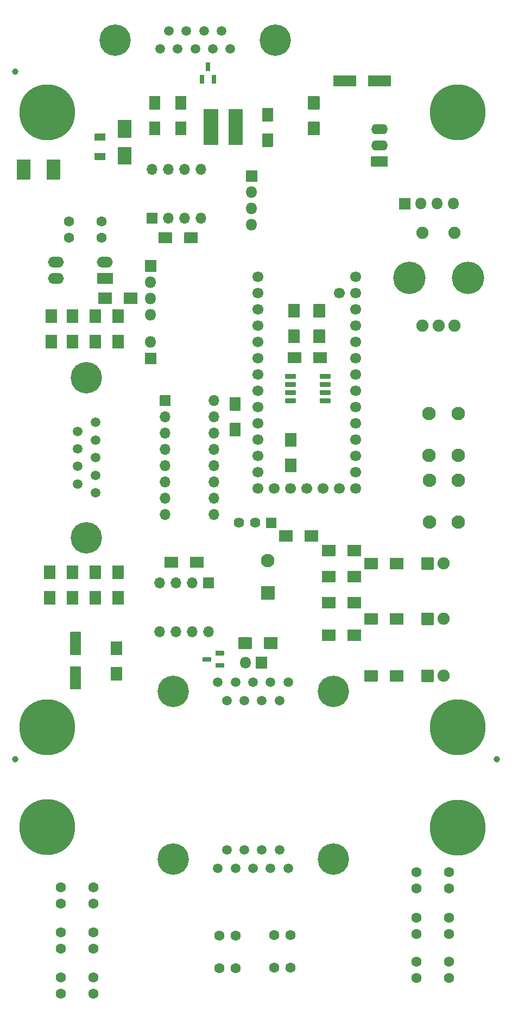
<source format=gbr>
G04 #@! TF.GenerationSoftware,KiCad,Pcbnew,(5.1.9)-1*
G04 #@! TF.CreationDate,2021-02-18T20:03:26+01:00*
G04 #@! TF.ProjectId,SNModule,534e4d6f-6475-46c6-952e-6b696361645f,rev?*
G04 #@! TF.SameCoordinates,Original*
G04 #@! TF.FileFunction,Soldermask,Top*
G04 #@! TF.FilePolarity,Negative*
%FSLAX46Y46*%
G04 Gerber Fmt 4.6, Leading zero omitted, Abs format (unit mm)*
G04 Created by KiCad (PCBNEW (5.1.9)-1) date 2021-02-18 20:03:26*
%MOMM*%
%LPD*%
G01*
G04 APERTURE LIST*
%ADD10C,8.700000*%
%ADD11C,1.000000*%
%ADD12C,4.900000*%
%ADD13C,1.500000*%
%ADD14C,1.600000*%
%ADD15C,2.100000*%
%ADD16O,2.500000X1.700000*%
%ADD17C,1.620000*%
%ADD18C,1.700000*%
%ADD19C,5.052000*%
%ADD20C,1.900000*%
%ADD21O,1.800000X1.800000*%
%ADD22O,1.700000X1.700000*%
%ADD23O,2.600000X1.600000*%
G04 APERTURE END LIST*
D10*
G04 #@! TO.C,H6*
X97800000Y-157700000D03*
D11*
X101025000Y-157700000D03*
X100080419Y-159980419D03*
X97800000Y-160925000D03*
X95519581Y-159980419D03*
X94575000Y-157700000D03*
X95519581Y-155419581D03*
X97800000Y-154475000D03*
X100080419Y-155419581D03*
G04 #@! TD*
D10*
G04 #@! TO.C,H5*
X33800000Y-157600000D03*
D11*
X37025000Y-157600000D03*
X36080419Y-159880419D03*
X33800000Y-160825000D03*
X31519581Y-159880419D03*
X30575000Y-157600000D03*
X31519581Y-155319581D03*
X33800000Y-154375000D03*
X36080419Y-155319581D03*
G04 #@! TD*
G04 #@! TO.C,D7*
G36*
G01*
X58075000Y-131050000D02*
X59325000Y-131050000D01*
G75*
G02*
X59375000Y-131100000I0J-50000D01*
G01*
X59375000Y-131700000D01*
G75*
G02*
X59325000Y-131750000I-50000J0D01*
G01*
X58075000Y-131750000D01*
G75*
G02*
X58025000Y-131700000I0J50000D01*
G01*
X58025000Y-131100000D01*
G75*
G02*
X58075000Y-131050000I50000J0D01*
G01*
G37*
G36*
G01*
X60075000Y-130100000D02*
X61325000Y-130100000D01*
G75*
G02*
X61375000Y-130150000I0J-50000D01*
G01*
X61375000Y-130750000D01*
G75*
G02*
X61325000Y-130800000I-50000J0D01*
G01*
X60075000Y-130800000D01*
G75*
G02*
X60025000Y-130750000I0J50000D01*
G01*
X60025000Y-130150000D01*
G75*
G02*
X60075000Y-130100000I50000J0D01*
G01*
G37*
G36*
G01*
X60075000Y-132000000D02*
X61325000Y-132000000D01*
G75*
G02*
X61375000Y-132050000I0J-50000D01*
G01*
X61375000Y-132650000D01*
G75*
G02*
X61325000Y-132700000I-50000J0D01*
G01*
X60075000Y-132700000D01*
G75*
G02*
X60025000Y-132650000I0J50000D01*
G01*
X60025000Y-132050000D01*
G75*
G02*
X60075000Y-132000000I50000J0D01*
G01*
G37*
G04 #@! TD*
G04 #@! TO.C,D6*
G36*
G01*
X59225500Y-38301500D02*
X59225500Y-39551500D01*
G75*
G02*
X59175500Y-39601500I-50000J0D01*
G01*
X58575500Y-39601500D01*
G75*
G02*
X58525500Y-39551500I0J50000D01*
G01*
X58525500Y-38301500D01*
G75*
G02*
X58575500Y-38251500I50000J0D01*
G01*
X59175500Y-38251500D01*
G75*
G02*
X59225500Y-38301500I0J-50000D01*
G01*
G37*
G36*
G01*
X60175500Y-40301500D02*
X60175500Y-41551500D01*
G75*
G02*
X60125500Y-41601500I-50000J0D01*
G01*
X59525500Y-41601500D01*
G75*
G02*
X59475500Y-41551500I0J50000D01*
G01*
X59475500Y-40301500D01*
G75*
G02*
X59525500Y-40251500I50000J0D01*
G01*
X60125500Y-40251500D01*
G75*
G02*
X60175500Y-40301500I0J-50000D01*
G01*
G37*
G36*
G01*
X58275500Y-40301500D02*
X58275500Y-41551500D01*
G75*
G02*
X58225500Y-41601500I-50000J0D01*
G01*
X57625500Y-41601500D01*
G75*
G02*
X57575500Y-41551500I0J50000D01*
G01*
X57575500Y-40301500D01*
G75*
G02*
X57625500Y-40251500I50000J0D01*
G01*
X58225500Y-40251500D01*
G75*
G02*
X58275500Y-40301500I0J-50000D01*
G01*
G37*
G04 #@! TD*
D12*
G04 #@! TO.C,J2*
X53405000Y-136420000D03*
X78395000Y-136420000D03*
D13*
X61790000Y-137840000D03*
X64530000Y-137840000D03*
X67270000Y-137840000D03*
X70010000Y-137840000D03*
X60420000Y-135000000D03*
X63160000Y-135000000D03*
X65900000Y-135000000D03*
X68640000Y-135000000D03*
X71380000Y-135000000D03*
G04 #@! TD*
D14*
G04 #@! TO.C,J6*
X40980000Y-183540000D03*
X35900000Y-183540000D03*
X40980000Y-181000000D03*
X35900000Y-181000000D03*
G04 #@! TD*
D12*
G04 #@! TO.C,J3*
X53405000Y-162580000D03*
X78395000Y-162580000D03*
D13*
X61790000Y-161160000D03*
X64530000Y-161160000D03*
X67270000Y-161160000D03*
X70010000Y-161160000D03*
X60420000Y-164000000D03*
X63160000Y-164000000D03*
X65900000Y-164000000D03*
X68640000Y-164000000D03*
X71380000Y-164000000D03*
G04 #@! TD*
D14*
G04 #@! TO.C,J17*
X91400000Y-171700000D03*
X96480000Y-171700000D03*
X91400000Y-174240000D03*
X96480000Y-174240000D03*
G04 #@! TD*
G04 #@! TO.C,J10*
X91400000Y-164600000D03*
X96480000Y-164600000D03*
X91400000Y-167140000D03*
X96480000Y-167140000D03*
G04 #@! TD*
G04 #@! TO.C,J9*
X91400000Y-178600000D03*
X96480000Y-178600000D03*
X91400000Y-181140000D03*
X96480000Y-181140000D03*
G04 #@! TD*
G04 #@! TO.C,J8*
X71700000Y-174400000D03*
X71700000Y-179480000D03*
X69160000Y-174400000D03*
X69160000Y-179480000D03*
G04 #@! TD*
G04 #@! TO.C,J7*
X63200000Y-174500000D03*
X63200000Y-179580000D03*
X60660000Y-174500000D03*
X60660000Y-179580000D03*
G04 #@! TD*
G04 #@! TO.C,J5*
X40980000Y-176540000D03*
X35900000Y-176540000D03*
X40980000Y-174000000D03*
X35900000Y-174000000D03*
G04 #@! TD*
G04 #@! TO.C,J4*
X40980000Y-169540000D03*
X35900000Y-169540000D03*
X40980000Y-167000000D03*
X35900000Y-167000000D03*
G04 #@! TD*
G04 #@! TO.C,BZ1*
G36*
G01*
X69210000Y-122082000D02*
X67210000Y-122082000D01*
G75*
G02*
X67160000Y-122032000I0J50000D01*
G01*
X67160000Y-120032000D01*
G75*
G02*
X67210000Y-119982000I50000J0D01*
G01*
X69210000Y-119982000D01*
G75*
G02*
X69260000Y-120032000I0J-50000D01*
G01*
X69260000Y-122032000D01*
G75*
G02*
X69210000Y-122082000I-50000J0D01*
G01*
G37*
D15*
X68200000Y-116032000D03*
G04 #@! TD*
D12*
G04 #@! TO.C,J15*
X39929500Y-87436000D03*
X39929500Y-112426000D03*
D13*
X38509500Y-95821000D03*
X38509500Y-98561000D03*
X38509500Y-101301000D03*
X38509500Y-104041000D03*
X41349500Y-94451000D03*
X41349500Y-97191000D03*
X41349500Y-99931000D03*
X41349500Y-102671000D03*
X41349500Y-105411000D03*
G04 #@! TD*
D15*
G04 #@! TO.C,SW3*
X93356000Y-93092000D03*
X97856000Y-93092000D03*
X93356000Y-99592000D03*
X97856000Y-99592000D03*
G04 #@! TD*
D14*
G04 #@! TO.C,J16*
X42302000Y-65660000D03*
X37222000Y-65660000D03*
X42302000Y-63120000D03*
X37222000Y-63120000D03*
G04 #@! TD*
G04 #@! TO.C,U8*
G36*
G01*
X44060000Y-71210000D02*
X44060000Y-72810000D01*
G75*
G02*
X44010000Y-72860000I-50000J0D01*
G01*
X41610000Y-72860000D01*
G75*
G02*
X41560000Y-72810000I0J50000D01*
G01*
X41560000Y-71210000D01*
G75*
G02*
X41610000Y-71160000I50000J0D01*
G01*
X44010000Y-71160000D01*
G75*
G02*
X44060000Y-71210000I0J-50000D01*
G01*
G37*
D16*
X35190000Y-69470000D03*
X42810000Y-69470000D03*
X35190000Y-72010000D03*
G04 #@! TD*
G04 #@! TO.C,R23*
G36*
G01*
X41760000Y-75908000D02*
X41760000Y-74208000D01*
G75*
G02*
X41810000Y-74158000I50000J0D01*
G01*
X43810000Y-74158000D01*
G75*
G02*
X43860000Y-74208000I0J-50000D01*
G01*
X43860000Y-75908000D01*
G75*
G02*
X43810000Y-75958000I-50000J0D01*
G01*
X41810000Y-75958000D01*
G75*
G02*
X41760000Y-75908000I0J50000D01*
G01*
G37*
G36*
G01*
X45760000Y-75908000D02*
X45760000Y-74208000D01*
G75*
G02*
X45810000Y-74158000I50000J0D01*
G01*
X47810000Y-74158000D01*
G75*
G02*
X47860000Y-74208000I0J-50000D01*
G01*
X47860000Y-75908000D01*
G75*
G02*
X47810000Y-75958000I-50000J0D01*
G01*
X45810000Y-75958000D01*
G75*
G02*
X45760000Y-75908000I0J50000D01*
G01*
G37*
G04 #@! TD*
G04 #@! TO.C,R18*
G36*
G01*
X76622000Y-128486000D02*
X76622000Y-126786000D01*
G75*
G02*
X76672000Y-126736000I50000J0D01*
G01*
X78672000Y-126736000D01*
G75*
G02*
X78722000Y-126786000I0J-50000D01*
G01*
X78722000Y-128486000D01*
G75*
G02*
X78672000Y-128536000I-50000J0D01*
G01*
X76672000Y-128536000D01*
G75*
G02*
X76622000Y-128486000I0J50000D01*
G01*
G37*
G36*
G01*
X80622000Y-128486000D02*
X80622000Y-126786000D01*
G75*
G02*
X80672000Y-126736000I50000J0D01*
G01*
X82672000Y-126736000D01*
G75*
G02*
X82722000Y-126786000I0J-50000D01*
G01*
X82722000Y-128486000D01*
G75*
G02*
X82672000Y-128536000I-50000J0D01*
G01*
X80672000Y-128536000D01*
G75*
G02*
X80622000Y-128486000I0J50000D01*
G01*
G37*
G04 #@! TD*
G04 #@! TO.C,R9*
G36*
G01*
X42136000Y-122844000D02*
X40436000Y-122844000D01*
G75*
G02*
X40386000Y-122794000I0J50000D01*
G01*
X40386000Y-120794000D01*
G75*
G02*
X40436000Y-120744000I50000J0D01*
G01*
X42136000Y-120744000D01*
G75*
G02*
X42186000Y-120794000I0J-50000D01*
G01*
X42186000Y-122794000D01*
G75*
G02*
X42136000Y-122844000I-50000J0D01*
G01*
G37*
G36*
G01*
X42136000Y-118844000D02*
X40436000Y-118844000D01*
G75*
G02*
X40386000Y-118794000I0J50000D01*
G01*
X40386000Y-116794000D01*
G75*
G02*
X40436000Y-116744000I50000J0D01*
G01*
X42136000Y-116744000D01*
G75*
G02*
X42186000Y-116794000I0J-50000D01*
G01*
X42186000Y-118794000D01*
G75*
G02*
X42136000Y-118844000I-50000J0D01*
G01*
G37*
G04 #@! TD*
D17*
G04 #@! TO.C,Q1*
X66203400Y-110110000D03*
X63663400Y-110110000D03*
G36*
G01*
X67983400Y-109300000D02*
X69503400Y-109300000D01*
G75*
G02*
X69553400Y-109350000I0J-50000D01*
G01*
X69553400Y-110870000D01*
G75*
G02*
X69503400Y-110920000I-50000J0D01*
G01*
X67983400Y-110920000D01*
G75*
G02*
X67933400Y-110870000I0J50000D01*
G01*
X67933400Y-109350000D01*
G75*
G02*
X67983400Y-109300000I50000J0D01*
G01*
G37*
G04 #@! TD*
G04 #@! TO.C,C5*
G36*
G01*
X37438000Y-132506000D02*
X39038000Y-132506000D01*
G75*
G02*
X39088000Y-132556000I0J-50000D01*
G01*
X39088000Y-136056000D01*
G75*
G02*
X39038000Y-136106000I-50000J0D01*
G01*
X37438000Y-136106000D01*
G75*
G02*
X37388000Y-136056000I0J50000D01*
G01*
X37388000Y-132556000D01*
G75*
G02*
X37438000Y-132506000I50000J0D01*
G01*
G37*
G36*
G01*
X37438000Y-127106000D02*
X39038000Y-127106000D01*
G75*
G02*
X39088000Y-127156000I0J-50000D01*
G01*
X39088000Y-130656000D01*
G75*
G02*
X39038000Y-130706000I-50000J0D01*
G01*
X37438000Y-130706000D01*
G75*
G02*
X37388000Y-130656000I0J50000D01*
G01*
X37388000Y-127156000D01*
G75*
G02*
X37438000Y-127106000I50000J0D01*
G01*
G37*
G04 #@! TD*
D18*
G04 #@! TO.C,U1*
X66686000Y-71756000D03*
X66686000Y-74296000D03*
X66686000Y-76836000D03*
X66686000Y-79376000D03*
X66686000Y-81916000D03*
X66686000Y-84456000D03*
X66686000Y-86996000D03*
X66686000Y-89536000D03*
X66686000Y-92076000D03*
X66686000Y-94616000D03*
X66686000Y-97156000D03*
X66686000Y-99696000D03*
X66686000Y-102236000D03*
X79386000Y-74296000D03*
X81926000Y-71756000D03*
X81926000Y-74296000D03*
X81926000Y-76836000D03*
X81926000Y-79376000D03*
X81926000Y-81916000D03*
X81926000Y-84456000D03*
X81926000Y-86996000D03*
X81926000Y-89536000D03*
X81926000Y-92076000D03*
X81926000Y-94616000D03*
X81926000Y-97156000D03*
X81926000Y-99696000D03*
X81926000Y-102236000D03*
X66686000Y-104776000D03*
X69226000Y-104776000D03*
X71766000Y-104776000D03*
X81926000Y-104776000D03*
X79386000Y-104776000D03*
X76846000Y-104776000D03*
X74306000Y-104776000D03*
G04 #@! TD*
G04 #@! TO.C,R20*
G36*
G01*
X72616000Y-102206000D02*
X70916000Y-102206000D01*
G75*
G02*
X70866000Y-102156000I0J50000D01*
G01*
X70866000Y-100156000D01*
G75*
G02*
X70916000Y-100106000I50000J0D01*
G01*
X72616000Y-100106000D01*
G75*
G02*
X72666000Y-100156000I0J-50000D01*
G01*
X72666000Y-102156000D01*
G75*
G02*
X72616000Y-102206000I-50000J0D01*
G01*
G37*
G36*
G01*
X72616000Y-98206000D02*
X70916000Y-98206000D01*
G75*
G02*
X70866000Y-98156000I0J50000D01*
G01*
X70866000Y-96156000D01*
G75*
G02*
X70916000Y-96106000I50000J0D01*
G01*
X72616000Y-96106000D01*
G75*
G02*
X72666000Y-96156000I0J-50000D01*
G01*
X72666000Y-98156000D01*
G75*
G02*
X72616000Y-98206000I-50000J0D01*
G01*
G37*
G04 #@! TD*
D11*
G04 #@! TO.C,FID3*
X103900000Y-147000000D03*
G04 #@! TD*
G04 #@! TO.C,FID2*
X28840000Y-147000000D03*
G04 #@! TD*
G04 #@! TO.C,FID1*
X28840000Y-39752000D03*
G04 #@! TD*
D19*
G04 #@! TO.C,U7*
X99440000Y-71876000D03*
X90240000Y-71876000D03*
D20*
X97340000Y-64876000D03*
X92340000Y-64876000D03*
X94840000Y-79376000D03*
X97340000Y-79376000D03*
X92340000Y-79376000D03*
G04 #@! TD*
G04 #@! TO.C,J11*
G36*
G01*
X90396000Y-61226000D02*
X88696000Y-61226000D01*
G75*
G02*
X88646000Y-61176000I0J50000D01*
G01*
X88646000Y-59476000D01*
G75*
G02*
X88696000Y-59426000I50000J0D01*
G01*
X90396000Y-59426000D01*
G75*
G02*
X90446000Y-59476000I0J-50000D01*
G01*
X90446000Y-61176000D01*
G75*
G02*
X90396000Y-61226000I-50000J0D01*
G01*
G37*
D21*
X92086000Y-60326000D03*
X94626000Y-60326000D03*
X97166000Y-60326000D03*
G04 #@! TD*
D12*
G04 #@! TO.C,J1*
X44393000Y-34776000D03*
X69383000Y-34776000D03*
D13*
X52778000Y-33356000D03*
X55518000Y-33356000D03*
X58258000Y-33356000D03*
X60998000Y-33356000D03*
X51408000Y-36196000D03*
X54148000Y-36196000D03*
X56888000Y-36196000D03*
X59628000Y-36196000D03*
X62368000Y-36196000D03*
G04 #@! TD*
G04 #@! TO.C,L1*
G36*
G01*
X64245000Y-51188000D02*
X62095000Y-51188000D01*
G75*
G02*
X62045000Y-51138000I0J50000D01*
G01*
X62045000Y-45638000D01*
G75*
G02*
X62095000Y-45588000I50000J0D01*
G01*
X64245000Y-45588000D01*
G75*
G02*
X64295000Y-45638000I0J-50000D01*
G01*
X64295000Y-51138000D01*
G75*
G02*
X64245000Y-51188000I-50000J0D01*
G01*
G37*
G36*
G01*
X60395000Y-51188000D02*
X58245000Y-51188000D01*
G75*
G02*
X58195000Y-51138000I0J50000D01*
G01*
X58195000Y-45638000D01*
G75*
G02*
X58245000Y-45588000I50000J0D01*
G01*
X60395000Y-45588000D01*
G75*
G02*
X60445000Y-45638000I0J-50000D01*
G01*
X60445000Y-51138000D01*
G75*
G02*
X60395000Y-51188000I-50000J0D01*
G01*
G37*
G04 #@! TD*
G04 #@! TO.C,R13*
G36*
G01*
X89326000Y-133136000D02*
X89326000Y-134836000D01*
G75*
G02*
X89276000Y-134886000I-50000J0D01*
G01*
X87276000Y-134886000D01*
G75*
G02*
X87226000Y-134836000I0J50000D01*
G01*
X87226000Y-133136000D01*
G75*
G02*
X87276000Y-133086000I50000J0D01*
G01*
X89276000Y-133086000D01*
G75*
G02*
X89326000Y-133136000I0J-50000D01*
G01*
G37*
G36*
G01*
X85326000Y-133136000D02*
X85326000Y-134836000D01*
G75*
G02*
X85276000Y-134886000I-50000J0D01*
G01*
X83276000Y-134886000D01*
G75*
G02*
X83226000Y-134836000I0J50000D01*
G01*
X83226000Y-133136000D01*
G75*
G02*
X83276000Y-133086000I50000J0D01*
G01*
X85276000Y-133086000D01*
G75*
G02*
X85326000Y-133136000I0J-50000D01*
G01*
G37*
G04 #@! TD*
G04 #@! TO.C,R12*
G36*
G01*
X89326000Y-124246000D02*
X89326000Y-125946000D01*
G75*
G02*
X89276000Y-125996000I-50000J0D01*
G01*
X87276000Y-125996000D01*
G75*
G02*
X87226000Y-125946000I0J50000D01*
G01*
X87226000Y-124246000D01*
G75*
G02*
X87276000Y-124196000I50000J0D01*
G01*
X89276000Y-124196000D01*
G75*
G02*
X89326000Y-124246000I0J-50000D01*
G01*
G37*
G36*
G01*
X85326000Y-124246000D02*
X85326000Y-125946000D01*
G75*
G02*
X85276000Y-125996000I-50000J0D01*
G01*
X83276000Y-125996000D01*
G75*
G02*
X83226000Y-125946000I0J50000D01*
G01*
X83226000Y-124246000D01*
G75*
G02*
X83276000Y-124196000I50000J0D01*
G01*
X85276000Y-124196000D01*
G75*
G02*
X85326000Y-124246000I0J-50000D01*
G01*
G37*
G04 #@! TD*
G04 #@! TO.C,R11*
G36*
G01*
X89326000Y-115610000D02*
X89326000Y-117310000D01*
G75*
G02*
X89276000Y-117360000I-50000J0D01*
G01*
X87276000Y-117360000D01*
G75*
G02*
X87226000Y-117310000I0J50000D01*
G01*
X87226000Y-115610000D01*
G75*
G02*
X87276000Y-115560000I50000J0D01*
G01*
X89276000Y-115560000D01*
G75*
G02*
X89326000Y-115610000I0J-50000D01*
G01*
G37*
G36*
G01*
X85326000Y-115610000D02*
X85326000Y-117310000D01*
G75*
G02*
X85276000Y-117360000I-50000J0D01*
G01*
X83276000Y-117360000D01*
G75*
G02*
X83226000Y-117310000I0J50000D01*
G01*
X83226000Y-115610000D01*
G75*
G02*
X83276000Y-115560000I50000J0D01*
G01*
X85276000Y-115560000D01*
G75*
G02*
X85326000Y-115610000I0J-50000D01*
G01*
G37*
G04 #@! TD*
G04 #@! TO.C,R10*
G36*
G01*
X45692000Y-122844000D02*
X43992000Y-122844000D01*
G75*
G02*
X43942000Y-122794000I0J50000D01*
G01*
X43942000Y-120794000D01*
G75*
G02*
X43992000Y-120744000I50000J0D01*
G01*
X45692000Y-120744000D01*
G75*
G02*
X45742000Y-120794000I0J-50000D01*
G01*
X45742000Y-122794000D01*
G75*
G02*
X45692000Y-122844000I-50000J0D01*
G01*
G37*
G36*
G01*
X45692000Y-118844000D02*
X43992000Y-118844000D01*
G75*
G02*
X43942000Y-118794000I0J50000D01*
G01*
X43942000Y-116794000D01*
G75*
G02*
X43992000Y-116744000I50000J0D01*
G01*
X45692000Y-116744000D01*
G75*
G02*
X45742000Y-116794000I0J-50000D01*
G01*
X45742000Y-118794000D01*
G75*
G02*
X45692000Y-118844000I-50000J0D01*
G01*
G37*
G04 #@! TD*
G04 #@! TO.C,R8*
G36*
G01*
X38580000Y-122844000D02*
X36880000Y-122844000D01*
G75*
G02*
X36830000Y-122794000I0J50000D01*
G01*
X36830000Y-120794000D01*
G75*
G02*
X36880000Y-120744000I50000J0D01*
G01*
X38580000Y-120744000D01*
G75*
G02*
X38630000Y-120794000I0J-50000D01*
G01*
X38630000Y-122794000D01*
G75*
G02*
X38580000Y-122844000I-50000J0D01*
G01*
G37*
G36*
G01*
X38580000Y-118844000D02*
X36880000Y-118844000D01*
G75*
G02*
X36830000Y-118794000I0J50000D01*
G01*
X36830000Y-116794000D01*
G75*
G02*
X36880000Y-116744000I50000J0D01*
G01*
X38580000Y-116744000D01*
G75*
G02*
X38630000Y-116794000I0J-50000D01*
G01*
X38630000Y-118794000D01*
G75*
G02*
X38580000Y-118844000I-50000J0D01*
G01*
G37*
G04 #@! TD*
G04 #@! TO.C,R7*
G36*
G01*
X35024000Y-122844000D02*
X33324000Y-122844000D01*
G75*
G02*
X33274000Y-122794000I0J50000D01*
G01*
X33274000Y-120794000D01*
G75*
G02*
X33324000Y-120744000I50000J0D01*
G01*
X35024000Y-120744000D01*
G75*
G02*
X35074000Y-120794000I0J-50000D01*
G01*
X35074000Y-122794000D01*
G75*
G02*
X35024000Y-122844000I-50000J0D01*
G01*
G37*
G36*
G01*
X35024000Y-118844000D02*
X33324000Y-118844000D01*
G75*
G02*
X33274000Y-118794000I0J50000D01*
G01*
X33274000Y-116794000D01*
G75*
G02*
X33324000Y-116744000I50000J0D01*
G01*
X35024000Y-116744000D01*
G75*
G02*
X35074000Y-116794000I0J-50000D01*
G01*
X35074000Y-118794000D01*
G75*
G02*
X35024000Y-118844000I-50000J0D01*
G01*
G37*
G04 #@! TD*
G04 #@! TO.C,R6*
G36*
G01*
X33578000Y-76802000D02*
X35278000Y-76802000D01*
G75*
G02*
X35328000Y-76852000I0J-50000D01*
G01*
X35328000Y-78852000D01*
G75*
G02*
X35278000Y-78902000I-50000J0D01*
G01*
X33578000Y-78902000D01*
G75*
G02*
X33528000Y-78852000I0J50000D01*
G01*
X33528000Y-76852000D01*
G75*
G02*
X33578000Y-76802000I50000J0D01*
G01*
G37*
G36*
G01*
X33578000Y-80802000D02*
X35278000Y-80802000D01*
G75*
G02*
X35328000Y-80852000I0J-50000D01*
G01*
X35328000Y-82852000D01*
G75*
G02*
X35278000Y-82902000I-50000J0D01*
G01*
X33578000Y-82902000D01*
G75*
G02*
X33528000Y-82852000I0J50000D01*
G01*
X33528000Y-80852000D01*
G75*
G02*
X33578000Y-80802000I50000J0D01*
G01*
G37*
G04 #@! TD*
G04 #@! TO.C,R5*
G36*
G01*
X36880000Y-76802000D02*
X38580000Y-76802000D01*
G75*
G02*
X38630000Y-76852000I0J-50000D01*
G01*
X38630000Y-78852000D01*
G75*
G02*
X38580000Y-78902000I-50000J0D01*
G01*
X36880000Y-78902000D01*
G75*
G02*
X36830000Y-78852000I0J50000D01*
G01*
X36830000Y-76852000D01*
G75*
G02*
X36880000Y-76802000I50000J0D01*
G01*
G37*
G36*
G01*
X36880000Y-80802000D02*
X38580000Y-80802000D01*
G75*
G02*
X38630000Y-80852000I0J-50000D01*
G01*
X38630000Y-82852000D01*
G75*
G02*
X38580000Y-82902000I-50000J0D01*
G01*
X36880000Y-82902000D01*
G75*
G02*
X36830000Y-82852000I0J50000D01*
G01*
X36830000Y-80852000D01*
G75*
G02*
X36880000Y-80802000I50000J0D01*
G01*
G37*
G04 #@! TD*
G04 #@! TO.C,R4*
G36*
G01*
X40436000Y-76802000D02*
X42136000Y-76802000D01*
G75*
G02*
X42186000Y-76852000I0J-50000D01*
G01*
X42186000Y-78852000D01*
G75*
G02*
X42136000Y-78902000I-50000J0D01*
G01*
X40436000Y-78902000D01*
G75*
G02*
X40386000Y-78852000I0J50000D01*
G01*
X40386000Y-76852000D01*
G75*
G02*
X40436000Y-76802000I50000J0D01*
G01*
G37*
G36*
G01*
X40436000Y-80802000D02*
X42136000Y-80802000D01*
G75*
G02*
X42186000Y-80852000I0J-50000D01*
G01*
X42186000Y-82852000D01*
G75*
G02*
X42136000Y-82902000I-50000J0D01*
G01*
X40436000Y-82902000D01*
G75*
G02*
X40386000Y-82852000I0J50000D01*
G01*
X40386000Y-80852000D01*
G75*
G02*
X40436000Y-80802000I50000J0D01*
G01*
G37*
G04 #@! TD*
G04 #@! TO.C,R3*
G36*
G01*
X43992000Y-76802000D02*
X45692000Y-76802000D01*
G75*
G02*
X45742000Y-76852000I0J-50000D01*
G01*
X45742000Y-78852000D01*
G75*
G02*
X45692000Y-78902000I-50000J0D01*
G01*
X43992000Y-78902000D01*
G75*
G02*
X43942000Y-78852000I0J50000D01*
G01*
X43942000Y-76852000D01*
G75*
G02*
X43992000Y-76802000I50000J0D01*
G01*
G37*
G36*
G01*
X43992000Y-80802000D02*
X45692000Y-80802000D01*
G75*
G02*
X45742000Y-80852000I0J-50000D01*
G01*
X45742000Y-82852000D01*
G75*
G02*
X45692000Y-82902000I-50000J0D01*
G01*
X43992000Y-82902000D01*
G75*
G02*
X43942000Y-82852000I0J50000D01*
G01*
X43942000Y-80852000D01*
G75*
G02*
X43992000Y-80802000I50000J0D01*
G01*
G37*
G04 #@! TD*
G04 #@! TO.C,R2*
G36*
G01*
X75361000Y-75977000D02*
X77061000Y-75977000D01*
G75*
G02*
X77111000Y-76027000I0J-50000D01*
G01*
X77111000Y-78027000D01*
G75*
G02*
X77061000Y-78077000I-50000J0D01*
G01*
X75361000Y-78077000D01*
G75*
G02*
X75311000Y-78027000I0J50000D01*
G01*
X75311000Y-76027000D01*
G75*
G02*
X75361000Y-75977000I50000J0D01*
G01*
G37*
G36*
G01*
X75361000Y-79977000D02*
X77061000Y-79977000D01*
G75*
G02*
X77111000Y-80027000I0J-50000D01*
G01*
X77111000Y-82027000D01*
G75*
G02*
X77061000Y-82077000I-50000J0D01*
G01*
X75361000Y-82077000D01*
G75*
G02*
X75311000Y-82027000I0J50000D01*
G01*
X75311000Y-80027000D01*
G75*
G02*
X75361000Y-79977000I50000J0D01*
G01*
G37*
G04 #@! TD*
G04 #@! TO.C,R1*
G36*
G01*
X71424000Y-75977000D02*
X73124000Y-75977000D01*
G75*
G02*
X73174000Y-76027000I0J-50000D01*
G01*
X73174000Y-78027000D01*
G75*
G02*
X73124000Y-78077000I-50000J0D01*
G01*
X71424000Y-78077000D01*
G75*
G02*
X71374000Y-78027000I0J50000D01*
G01*
X71374000Y-76027000D01*
G75*
G02*
X71424000Y-75977000I50000J0D01*
G01*
G37*
G36*
G01*
X71424000Y-79977000D02*
X73124000Y-79977000D01*
G75*
G02*
X73174000Y-80027000I0J-50000D01*
G01*
X73174000Y-82027000D01*
G75*
G02*
X73124000Y-82077000I-50000J0D01*
G01*
X71424000Y-82077000D01*
G75*
G02*
X71374000Y-82027000I0J50000D01*
G01*
X71374000Y-80027000D01*
G75*
G02*
X71424000Y-79977000I50000J0D01*
G01*
G37*
G04 #@! TD*
G04 #@! TO.C,R14*
G36*
G01*
X63616000Y-129726000D02*
X63616000Y-128026000D01*
G75*
G02*
X63666000Y-127976000I50000J0D01*
G01*
X65666000Y-127976000D01*
G75*
G02*
X65716000Y-128026000I0J-50000D01*
G01*
X65716000Y-129726000D01*
G75*
G02*
X65666000Y-129776000I-50000J0D01*
G01*
X63666000Y-129776000D01*
G75*
G02*
X63616000Y-129726000I0J50000D01*
G01*
G37*
G36*
G01*
X67616000Y-129726000D02*
X67616000Y-128026000D01*
G75*
G02*
X67666000Y-127976000I50000J0D01*
G01*
X69666000Y-127976000D01*
G75*
G02*
X69716000Y-128026000I0J-50000D01*
G01*
X69716000Y-129726000D01*
G75*
G02*
X69666000Y-129776000I-50000J0D01*
G01*
X67666000Y-129776000D01*
G75*
G02*
X67616000Y-129726000I0J50000D01*
G01*
G37*
G04 #@! TD*
G04 #@! TO.C,JP1*
G36*
G01*
X66356000Y-131024000D02*
X68056000Y-131024000D01*
G75*
G02*
X68106000Y-131074000I0J-50000D01*
G01*
X68106000Y-132774000D01*
G75*
G02*
X68056000Y-132824000I-50000J0D01*
G01*
X66356000Y-132824000D01*
G75*
G02*
X66306000Y-132774000I0J50000D01*
G01*
X66306000Y-131074000D01*
G75*
G02*
X66356000Y-131024000I50000J0D01*
G01*
G37*
D21*
X64666000Y-131924000D03*
G04 #@! TD*
G04 #@! TO.C,U4*
G36*
G01*
X70908000Y-87550000D02*
X70908000Y-86950000D01*
G75*
G02*
X70958000Y-86900000I50000J0D01*
G01*
X72508000Y-86900000D01*
G75*
G02*
X72558000Y-86950000I0J-50000D01*
G01*
X72558000Y-87550000D01*
G75*
G02*
X72508000Y-87600000I-50000J0D01*
G01*
X70958000Y-87600000D01*
G75*
G02*
X70908000Y-87550000I0J50000D01*
G01*
G37*
G36*
G01*
X70908000Y-88820000D02*
X70908000Y-88220000D01*
G75*
G02*
X70958000Y-88170000I50000J0D01*
G01*
X72508000Y-88170000D01*
G75*
G02*
X72558000Y-88220000I0J-50000D01*
G01*
X72558000Y-88820000D01*
G75*
G02*
X72508000Y-88870000I-50000J0D01*
G01*
X70958000Y-88870000D01*
G75*
G02*
X70908000Y-88820000I0J50000D01*
G01*
G37*
G36*
G01*
X70908000Y-90090000D02*
X70908000Y-89490000D01*
G75*
G02*
X70958000Y-89440000I50000J0D01*
G01*
X72508000Y-89440000D01*
G75*
G02*
X72558000Y-89490000I0J-50000D01*
G01*
X72558000Y-90090000D01*
G75*
G02*
X72508000Y-90140000I-50000J0D01*
G01*
X70958000Y-90140000D01*
G75*
G02*
X70908000Y-90090000I0J50000D01*
G01*
G37*
G36*
G01*
X70908000Y-91360000D02*
X70908000Y-90760000D01*
G75*
G02*
X70958000Y-90710000I50000J0D01*
G01*
X72508000Y-90710000D01*
G75*
G02*
X72558000Y-90760000I0J-50000D01*
G01*
X72558000Y-91360000D01*
G75*
G02*
X72508000Y-91410000I-50000J0D01*
G01*
X70958000Y-91410000D01*
G75*
G02*
X70908000Y-91360000I0J50000D01*
G01*
G37*
G36*
G01*
X76308000Y-91360000D02*
X76308000Y-90760000D01*
G75*
G02*
X76358000Y-90710000I50000J0D01*
G01*
X77908000Y-90710000D01*
G75*
G02*
X77958000Y-90760000I0J-50000D01*
G01*
X77958000Y-91360000D01*
G75*
G02*
X77908000Y-91410000I-50000J0D01*
G01*
X76358000Y-91410000D01*
G75*
G02*
X76308000Y-91360000I0J50000D01*
G01*
G37*
G36*
G01*
X76308000Y-90090000D02*
X76308000Y-89490000D01*
G75*
G02*
X76358000Y-89440000I50000J0D01*
G01*
X77908000Y-89440000D01*
G75*
G02*
X77958000Y-89490000I0J-50000D01*
G01*
X77958000Y-90090000D01*
G75*
G02*
X77908000Y-90140000I-50000J0D01*
G01*
X76358000Y-90140000D01*
G75*
G02*
X76308000Y-90090000I0J50000D01*
G01*
G37*
G36*
G01*
X76308000Y-88820000D02*
X76308000Y-88220000D01*
G75*
G02*
X76358000Y-88170000I50000J0D01*
G01*
X77908000Y-88170000D01*
G75*
G02*
X77958000Y-88220000I0J-50000D01*
G01*
X77958000Y-88820000D01*
G75*
G02*
X77908000Y-88870000I-50000J0D01*
G01*
X76358000Y-88870000D01*
G75*
G02*
X76308000Y-88820000I0J50000D01*
G01*
G37*
G36*
G01*
X76308000Y-87550000D02*
X76308000Y-86950000D01*
G75*
G02*
X76358000Y-86900000I50000J0D01*
G01*
X77908000Y-86900000D01*
G75*
G02*
X77958000Y-86950000I0J-50000D01*
G01*
X77958000Y-87550000D01*
G75*
G02*
X77908000Y-87600000I-50000J0D01*
G01*
X76358000Y-87600000D01*
G75*
G02*
X76308000Y-87550000I0J50000D01*
G01*
G37*
G04 #@! TD*
G04 #@! TO.C,U3*
G36*
G01*
X58140000Y-118650000D02*
X59740000Y-118650000D01*
G75*
G02*
X59790000Y-118700000I0J-50000D01*
G01*
X59790000Y-120300000D01*
G75*
G02*
X59740000Y-120350000I-50000J0D01*
G01*
X58140000Y-120350000D01*
G75*
G02*
X58090000Y-120300000I0J50000D01*
G01*
X58090000Y-118700000D01*
G75*
G02*
X58140000Y-118650000I50000J0D01*
G01*
G37*
D22*
X51320000Y-127120000D03*
X56400000Y-119500000D03*
X53860000Y-127120000D03*
X53860000Y-119500000D03*
X56400000Y-127120000D03*
X51320000Y-119500000D03*
X58940000Y-127120000D03*
G04 #@! TD*
G04 #@! TO.C,U2*
G36*
G01*
X50976000Y-63462000D02*
X49376000Y-63462000D01*
G75*
G02*
X49326000Y-63412000I0J50000D01*
G01*
X49326000Y-61812000D01*
G75*
G02*
X49376000Y-61762000I50000J0D01*
G01*
X50976000Y-61762000D01*
G75*
G02*
X51026000Y-61812000I0J-50000D01*
G01*
X51026000Y-63412000D01*
G75*
G02*
X50976000Y-63462000I-50000J0D01*
G01*
G37*
X57796000Y-54992000D03*
X52716000Y-62612000D03*
X55256000Y-54992000D03*
X55256000Y-62612000D03*
X52716000Y-54992000D03*
X57796000Y-62612000D03*
X50176000Y-54992000D03*
G04 #@! TD*
G04 #@! TO.C,U6*
G36*
G01*
X86853920Y-54534700D02*
X84353920Y-54534700D01*
G75*
G02*
X84303920Y-54484700I0J50000D01*
G01*
X84303920Y-52984700D01*
G75*
G02*
X84353920Y-52934700I50000J0D01*
G01*
X86853920Y-52934700D01*
G75*
G02*
X86903920Y-52984700I0J-50000D01*
G01*
X86903920Y-54484700D01*
G75*
G02*
X86853920Y-54534700I-50000J0D01*
G01*
G37*
D23*
X85603920Y-51194700D03*
X85603920Y-48654700D03*
G04 #@! TD*
G04 #@! TO.C,U5*
G36*
G01*
X51358000Y-91860000D02*
X51358000Y-90260000D01*
G75*
G02*
X51408000Y-90210000I50000J0D01*
G01*
X53008000Y-90210000D01*
G75*
G02*
X53058000Y-90260000I0J-50000D01*
G01*
X53058000Y-91860000D01*
G75*
G02*
X53008000Y-91910000I-50000J0D01*
G01*
X51408000Y-91910000D01*
G75*
G02*
X51358000Y-91860000I0J50000D01*
G01*
G37*
D22*
X59828000Y-108840000D03*
X52208000Y-93600000D03*
X59828000Y-106300000D03*
X52208000Y-96140000D03*
X59828000Y-103760000D03*
X52208000Y-98680000D03*
X59828000Y-101220000D03*
X52208000Y-101220000D03*
X59828000Y-98680000D03*
X52208000Y-103760000D03*
X59828000Y-96140000D03*
X52208000Y-106300000D03*
X59828000Y-93600000D03*
X52208000Y-108840000D03*
X59828000Y-91060000D03*
G04 #@! TD*
D15*
G04 #@! TO.C,SW2*
X93428000Y-103506000D03*
X97928000Y-103506000D03*
X93428000Y-110006000D03*
X97928000Y-110006000D03*
G04 #@! TD*
G04 #@! TO.C,J14*
G36*
G01*
X50822000Y-83606000D02*
X50822000Y-85306000D01*
G75*
G02*
X50772000Y-85356000I-50000J0D01*
G01*
X49072000Y-85356000D01*
G75*
G02*
X49022000Y-85306000I0J50000D01*
G01*
X49022000Y-83606000D01*
G75*
G02*
X49072000Y-83556000I50000J0D01*
G01*
X50772000Y-83556000D01*
G75*
G02*
X50822000Y-83606000I0J-50000D01*
G01*
G37*
D21*
X49922000Y-81916000D03*
G04 #@! TD*
G04 #@! TO.C,J13*
G36*
G01*
X64775080Y-56868160D02*
X64775080Y-55168160D01*
G75*
G02*
X64825080Y-55118160I50000J0D01*
G01*
X66525080Y-55118160D01*
G75*
G02*
X66575080Y-55168160I0J-50000D01*
G01*
X66575080Y-56868160D01*
G75*
G02*
X66525080Y-56918160I-50000J0D01*
G01*
X64825080Y-56918160D01*
G75*
G02*
X64775080Y-56868160I0J50000D01*
G01*
G37*
X65675080Y-58558160D03*
X65675080Y-61098160D03*
X65675080Y-63638160D03*
G04 #@! TD*
G04 #@! TO.C,J12*
G36*
G01*
X49022000Y-70878800D02*
X49022000Y-69178800D01*
G75*
G02*
X49072000Y-69128800I50000J0D01*
G01*
X50772000Y-69128800D01*
G75*
G02*
X50822000Y-69178800I0J-50000D01*
G01*
X50822000Y-70878800D01*
G75*
G02*
X50772000Y-70928800I-50000J0D01*
G01*
X49072000Y-70928800D01*
G75*
G02*
X49022000Y-70878800I0J50000D01*
G01*
G37*
X49922000Y-72568800D03*
X49922000Y-75108800D03*
X49922000Y-77648800D03*
G04 #@! TD*
G04 #@! TO.C,F1*
G36*
G01*
X44793000Y-49967000D02*
X44793000Y-47317000D01*
G75*
G02*
X44843000Y-47267000I50000J0D01*
G01*
X46873000Y-47267000D01*
G75*
G02*
X46923000Y-47317000I0J-50000D01*
G01*
X46923000Y-49967000D01*
G75*
G02*
X46873000Y-50017000I-50000J0D01*
G01*
X44843000Y-50017000D01*
G75*
G02*
X44793000Y-49967000I0J50000D01*
G01*
G37*
G36*
G01*
X44793000Y-54147000D02*
X44793000Y-51497000D01*
G75*
G02*
X44843000Y-51447000I50000J0D01*
G01*
X46873000Y-51447000D01*
G75*
G02*
X46923000Y-51497000I0J-50000D01*
G01*
X46923000Y-54147000D01*
G75*
G02*
X46873000Y-54197000I-50000J0D01*
G01*
X44843000Y-54197000D01*
G75*
G02*
X44793000Y-54147000I0J50000D01*
G01*
G37*
G04 #@! TD*
G04 #@! TO.C,D4*
G36*
G01*
X92152000Y-134886000D02*
X92152000Y-133086000D01*
G75*
G02*
X92202000Y-133036000I50000J0D01*
G01*
X94002000Y-133036000D01*
G75*
G02*
X94052000Y-133086000I0J-50000D01*
G01*
X94052000Y-134886000D01*
G75*
G02*
X94002000Y-134936000I-50000J0D01*
G01*
X92202000Y-134936000D01*
G75*
G02*
X92152000Y-134886000I0J50000D01*
G01*
G37*
D20*
X95642000Y-133986000D03*
G04 #@! TD*
G04 #@! TO.C,D3*
G36*
G01*
X92152000Y-125996000D02*
X92152000Y-124196000D01*
G75*
G02*
X92202000Y-124146000I50000J0D01*
G01*
X94002000Y-124146000D01*
G75*
G02*
X94052000Y-124196000I0J-50000D01*
G01*
X94052000Y-125996000D01*
G75*
G02*
X94002000Y-126046000I-50000J0D01*
G01*
X92202000Y-126046000D01*
G75*
G02*
X92152000Y-125996000I0J50000D01*
G01*
G37*
X95642000Y-125096000D03*
G04 #@! TD*
G04 #@! TO.C,D2*
G36*
G01*
X92152000Y-117360000D02*
X92152000Y-115560000D01*
G75*
G02*
X92202000Y-115510000I50000J0D01*
G01*
X94002000Y-115510000D01*
G75*
G02*
X94052000Y-115560000I0J-50000D01*
G01*
X94052000Y-117360000D01*
G75*
G02*
X94002000Y-117410000I-50000J0D01*
G01*
X92202000Y-117410000D01*
G75*
G02*
X92152000Y-117360000I0J50000D01*
G01*
G37*
X95642000Y-116460000D03*
G04 #@! TD*
G04 #@! TO.C,C3*
G36*
G01*
X68940000Y-51470000D02*
X67340000Y-51470000D01*
G75*
G02*
X67290000Y-51420000I0J50000D01*
G01*
X67290000Y-49420000D01*
G75*
G02*
X67340000Y-49370000I50000J0D01*
G01*
X68940000Y-49370000D01*
G75*
G02*
X68990000Y-49420000I0J-50000D01*
G01*
X68990000Y-51420000D01*
G75*
G02*
X68940000Y-51470000I-50000J0D01*
G01*
G37*
G36*
G01*
X68940000Y-47470000D02*
X67340000Y-47470000D01*
G75*
G02*
X67290000Y-47420000I0J50000D01*
G01*
X67290000Y-45420000D01*
G75*
G02*
X67340000Y-45370000I50000J0D01*
G01*
X68940000Y-45370000D01*
G75*
G02*
X68990000Y-45420000I0J-50000D01*
G01*
X68990000Y-47420000D01*
G75*
G02*
X68940000Y-47470000I-50000J0D01*
G01*
G37*
G04 #@! TD*
G04 #@! TO.C,C2*
G36*
G01*
X51357000Y-49628000D02*
X49757000Y-49628000D01*
G75*
G02*
X49707000Y-49578000I0J50000D01*
G01*
X49707000Y-47578000D01*
G75*
G02*
X49757000Y-47528000I50000J0D01*
G01*
X51357000Y-47528000D01*
G75*
G02*
X51407000Y-47578000I0J-50000D01*
G01*
X51407000Y-49578000D01*
G75*
G02*
X51357000Y-49628000I-50000J0D01*
G01*
G37*
G36*
G01*
X51357000Y-45628000D02*
X49757000Y-45628000D01*
G75*
G02*
X49707000Y-45578000I0J50000D01*
G01*
X49707000Y-43578000D01*
G75*
G02*
X49757000Y-43528000I50000J0D01*
G01*
X51357000Y-43528000D01*
G75*
G02*
X51407000Y-43578000I0J-50000D01*
G01*
X51407000Y-45578000D01*
G75*
G02*
X51357000Y-45628000I-50000J0D01*
G01*
G37*
G04 #@! TD*
G04 #@! TO.C,C1*
G36*
G01*
X55421000Y-49628000D02*
X53821000Y-49628000D01*
G75*
G02*
X53771000Y-49578000I0J50000D01*
G01*
X53771000Y-47578000D01*
G75*
G02*
X53821000Y-47528000I50000J0D01*
G01*
X55421000Y-47528000D01*
G75*
G02*
X55471000Y-47578000I0J-50000D01*
G01*
X55471000Y-49578000D01*
G75*
G02*
X55421000Y-49628000I-50000J0D01*
G01*
G37*
G36*
G01*
X55421000Y-45628000D02*
X53821000Y-45628000D01*
G75*
G02*
X53771000Y-45578000I0J50000D01*
G01*
X53771000Y-43578000D01*
G75*
G02*
X53821000Y-43528000I50000J0D01*
G01*
X55421000Y-43528000D01*
G75*
G02*
X55471000Y-43578000I0J-50000D01*
G01*
X55471000Y-45578000D01*
G75*
G02*
X55421000Y-45628000I-50000J0D01*
G01*
G37*
G04 #@! TD*
D10*
G04 #@! TO.C,H1*
X97800000Y-46100000D03*
D11*
X101025000Y-46100000D03*
X100080419Y-48380419D03*
X97800000Y-49325000D03*
X95519581Y-48380419D03*
X94575000Y-46100000D03*
X95519581Y-43819581D03*
X97800000Y-42875000D03*
X100080419Y-43819581D03*
G04 #@! TD*
D10*
G04 #@! TO.C,H2*
X33800000Y-46100000D03*
D11*
X37025000Y-46100000D03*
X36080419Y-48380419D03*
X33800000Y-49325000D03*
X31519581Y-48380419D03*
X30575000Y-46100000D03*
X31519581Y-43819581D03*
X33800000Y-42875000D03*
X36080419Y-43819581D03*
G04 #@! TD*
D10*
G04 #@! TO.C,H3*
X33800000Y-142000000D03*
D11*
X37025000Y-142000000D03*
X36080419Y-144280419D03*
X33800000Y-145225000D03*
X31519581Y-144280419D03*
X30575000Y-142000000D03*
X31519581Y-139719581D03*
X33800000Y-138775000D03*
X36080419Y-139719581D03*
G04 #@! TD*
D10*
G04 #@! TO.C,H4*
X97800000Y-142000000D03*
D11*
X101025000Y-142000000D03*
X100080419Y-144280419D03*
X97800000Y-145225000D03*
X95519581Y-144280419D03*
X94575000Y-142000000D03*
X95519581Y-139719581D03*
X97800000Y-138775000D03*
X100080419Y-139719581D03*
G04 #@! TD*
G04 #@! TO.C,D1*
G36*
G01*
X42848000Y-53510000D02*
X41248000Y-53510000D01*
G75*
G02*
X41198000Y-53460000I0J50000D01*
G01*
X41198000Y-52460000D01*
G75*
G02*
X41248000Y-52410000I50000J0D01*
G01*
X42848000Y-52410000D01*
G75*
G02*
X42898000Y-52460000I0J-50000D01*
G01*
X42898000Y-53460000D01*
G75*
G02*
X42848000Y-53510000I-50000J0D01*
G01*
G37*
G36*
G01*
X42848000Y-50510000D02*
X41248000Y-50510000D01*
G75*
G02*
X41198000Y-50460000I0J50000D01*
G01*
X41198000Y-49460000D01*
G75*
G02*
X41248000Y-49410000I50000J0D01*
G01*
X42848000Y-49410000D01*
G75*
G02*
X42898000Y-49460000I0J-50000D01*
G01*
X42898000Y-50460000D01*
G75*
G02*
X42848000Y-50510000I-50000J0D01*
G01*
G37*
G04 #@! TD*
G04 #@! TO.C,D5*
G36*
G01*
X29060000Y-56492000D02*
X29060000Y-53492000D01*
G75*
G02*
X29110000Y-53442000I50000J0D01*
G01*
X31110000Y-53442000D01*
G75*
G02*
X31160000Y-53492000I0J-50000D01*
G01*
X31160000Y-56492000D01*
G75*
G02*
X31110000Y-56542000I-50000J0D01*
G01*
X29110000Y-56542000D01*
G75*
G02*
X29060000Y-56492000I0J50000D01*
G01*
G37*
G36*
G01*
X33710000Y-56492000D02*
X33710000Y-53492000D01*
G75*
G02*
X33760000Y-53442000I50000J0D01*
G01*
X35760000Y-53442000D01*
G75*
G02*
X35810000Y-53492000I0J-50000D01*
G01*
X35810000Y-56492000D01*
G75*
G02*
X35760000Y-56542000I-50000J0D01*
G01*
X33760000Y-56542000D01*
G75*
G02*
X33710000Y-56492000I0J50000D01*
G01*
G37*
G04 #@! TD*
G04 #@! TO.C,C4*
G36*
G01*
X83813040Y-41979480D02*
X83813040Y-40379480D01*
G75*
G02*
X83863040Y-40329480I50000J0D01*
G01*
X87363040Y-40329480D01*
G75*
G02*
X87413040Y-40379480I0J-50000D01*
G01*
X87413040Y-41979480D01*
G75*
G02*
X87363040Y-42029480I-50000J0D01*
G01*
X83863040Y-42029480D01*
G75*
G02*
X83813040Y-41979480I0J50000D01*
G01*
G37*
G36*
G01*
X78413040Y-41979480D02*
X78413040Y-40379480D01*
G75*
G02*
X78463040Y-40329480I50000J0D01*
G01*
X81963040Y-40329480D01*
G75*
G02*
X82013040Y-40379480I0J-50000D01*
G01*
X82013040Y-41979480D01*
G75*
G02*
X81963040Y-42029480I-50000J0D01*
G01*
X78463040Y-42029480D01*
G75*
G02*
X78413040Y-41979480I0J50000D01*
G01*
G37*
G04 #@! TD*
G04 #@! TO.C,C6*
G36*
G01*
X62330000Y-90518000D02*
X63930000Y-90518000D01*
G75*
G02*
X63980000Y-90568000I0J-50000D01*
G01*
X63980000Y-92568000D01*
G75*
G02*
X63930000Y-92618000I-50000J0D01*
G01*
X62330000Y-92618000D01*
G75*
G02*
X62280000Y-92568000I0J50000D01*
G01*
X62280000Y-90568000D01*
G75*
G02*
X62330000Y-90518000I50000J0D01*
G01*
G37*
G36*
G01*
X62330000Y-94518000D02*
X63930000Y-94518000D01*
G75*
G02*
X63980000Y-94568000I0J-50000D01*
G01*
X63980000Y-96568000D01*
G75*
G02*
X63930000Y-96618000I-50000J0D01*
G01*
X62330000Y-96618000D01*
G75*
G02*
X62280000Y-96568000I0J50000D01*
G01*
X62280000Y-94568000D01*
G75*
G02*
X62330000Y-94518000I50000J0D01*
G01*
G37*
G04 #@! TD*
G04 #@! TO.C,C7*
G36*
G01*
X77388000Y-83529000D02*
X77388000Y-85129000D01*
G75*
G02*
X77338000Y-85179000I-50000J0D01*
G01*
X75338000Y-85179000D01*
G75*
G02*
X75288000Y-85129000I0J50000D01*
G01*
X75288000Y-83529000D01*
G75*
G02*
X75338000Y-83479000I50000J0D01*
G01*
X77338000Y-83479000D01*
G75*
G02*
X77388000Y-83529000I0J-50000D01*
G01*
G37*
G36*
G01*
X73388000Y-83529000D02*
X73388000Y-85129000D01*
G75*
G02*
X73338000Y-85179000I-50000J0D01*
G01*
X71338000Y-85179000D01*
G75*
G02*
X71288000Y-85129000I0J50000D01*
G01*
X71288000Y-83529000D01*
G75*
G02*
X71338000Y-83479000I50000J0D01*
G01*
X73338000Y-83479000D01*
G75*
G02*
X73388000Y-83529000I0J-50000D01*
G01*
G37*
G04 #@! TD*
G04 #@! TO.C,C8*
G36*
G01*
X52100000Y-117050000D02*
X52100000Y-115450000D01*
G75*
G02*
X52150000Y-115400000I50000J0D01*
G01*
X54150000Y-115400000D01*
G75*
G02*
X54200000Y-115450000I0J-50000D01*
G01*
X54200000Y-117050000D01*
G75*
G02*
X54150000Y-117100000I-50000J0D01*
G01*
X52150000Y-117100000D01*
G75*
G02*
X52100000Y-117050000I0J50000D01*
G01*
G37*
G36*
G01*
X56100000Y-117050000D02*
X56100000Y-115450000D01*
G75*
G02*
X56150000Y-115400000I50000J0D01*
G01*
X58150000Y-115400000D01*
G75*
G02*
X58200000Y-115450000I0J-50000D01*
G01*
X58200000Y-117050000D01*
G75*
G02*
X58150000Y-117100000I-50000J0D01*
G01*
X56150000Y-117100000D01*
G75*
G02*
X56100000Y-117050000I0J50000D01*
G01*
G37*
G04 #@! TD*
G04 #@! TO.C,C9*
G36*
G01*
X57258000Y-64860000D02*
X57258000Y-66460000D01*
G75*
G02*
X57208000Y-66510000I-50000J0D01*
G01*
X55208000Y-66510000D01*
G75*
G02*
X55158000Y-66460000I0J50000D01*
G01*
X55158000Y-64860000D01*
G75*
G02*
X55208000Y-64810000I50000J0D01*
G01*
X57208000Y-64810000D01*
G75*
G02*
X57258000Y-64860000I0J-50000D01*
G01*
G37*
G36*
G01*
X53258000Y-64860000D02*
X53258000Y-66460000D01*
G75*
G02*
X53208000Y-66510000I-50000J0D01*
G01*
X51208000Y-66510000D01*
G75*
G02*
X51158000Y-66460000I0J50000D01*
G01*
X51158000Y-64860000D01*
G75*
G02*
X51208000Y-64810000I50000J0D01*
G01*
X53208000Y-64810000D01*
G75*
G02*
X53258000Y-64860000I0J-50000D01*
G01*
G37*
G04 #@! TD*
G04 #@! TO.C,R15*
G36*
G01*
X82722000Y-117642000D02*
X82722000Y-119342000D01*
G75*
G02*
X82672000Y-119392000I-50000J0D01*
G01*
X80672000Y-119392000D01*
G75*
G02*
X80622000Y-119342000I0J50000D01*
G01*
X80622000Y-117642000D01*
G75*
G02*
X80672000Y-117592000I50000J0D01*
G01*
X82672000Y-117592000D01*
G75*
G02*
X82722000Y-117642000I0J-50000D01*
G01*
G37*
G36*
G01*
X78722000Y-117642000D02*
X78722000Y-119342000D01*
G75*
G02*
X78672000Y-119392000I-50000J0D01*
G01*
X76672000Y-119392000D01*
G75*
G02*
X76622000Y-119342000I0J50000D01*
G01*
X76622000Y-117642000D01*
G75*
G02*
X76672000Y-117592000I50000J0D01*
G01*
X78672000Y-117592000D01*
G75*
G02*
X78722000Y-117642000I0J-50000D01*
G01*
G37*
G04 #@! TD*
G04 #@! TO.C,R16*
G36*
G01*
X76622000Y-123406000D02*
X76622000Y-121706000D01*
G75*
G02*
X76672000Y-121656000I50000J0D01*
G01*
X78672000Y-121656000D01*
G75*
G02*
X78722000Y-121706000I0J-50000D01*
G01*
X78722000Y-123406000D01*
G75*
G02*
X78672000Y-123456000I-50000J0D01*
G01*
X76672000Y-123456000D01*
G75*
G02*
X76622000Y-123406000I0J50000D01*
G01*
G37*
G36*
G01*
X80622000Y-123406000D02*
X80622000Y-121706000D01*
G75*
G02*
X80672000Y-121656000I50000J0D01*
G01*
X82672000Y-121656000D01*
G75*
G02*
X82722000Y-121706000I0J-50000D01*
G01*
X82722000Y-123406000D01*
G75*
G02*
X82672000Y-123456000I-50000J0D01*
G01*
X80672000Y-123456000D01*
G75*
G02*
X80622000Y-123406000I0J50000D01*
G01*
G37*
G04 #@! TD*
G04 #@! TO.C,R17*
G36*
G01*
X76622000Y-115278000D02*
X76622000Y-113578000D01*
G75*
G02*
X76672000Y-113528000I50000J0D01*
G01*
X78672000Y-113528000D01*
G75*
G02*
X78722000Y-113578000I0J-50000D01*
G01*
X78722000Y-115278000D01*
G75*
G02*
X78672000Y-115328000I-50000J0D01*
G01*
X76672000Y-115328000D01*
G75*
G02*
X76622000Y-115278000I0J50000D01*
G01*
G37*
G36*
G01*
X80622000Y-115278000D02*
X80622000Y-113578000D01*
G75*
G02*
X80672000Y-113528000I50000J0D01*
G01*
X82672000Y-113528000D01*
G75*
G02*
X82722000Y-113578000I0J-50000D01*
G01*
X82722000Y-115278000D01*
G75*
G02*
X82672000Y-115328000I-50000J0D01*
G01*
X80672000Y-115328000D01*
G75*
G02*
X80622000Y-115278000I0J50000D01*
G01*
G37*
G04 #@! TD*
G04 #@! TO.C,R19*
G36*
G01*
X69954000Y-112992000D02*
X69954000Y-111292000D01*
G75*
G02*
X70004000Y-111242000I50000J0D01*
G01*
X72004000Y-111242000D01*
G75*
G02*
X72054000Y-111292000I0J-50000D01*
G01*
X72054000Y-112992000D01*
G75*
G02*
X72004000Y-113042000I-50000J0D01*
G01*
X70004000Y-113042000D01*
G75*
G02*
X69954000Y-112992000I0J50000D01*
G01*
G37*
G36*
G01*
X73954000Y-112992000D02*
X73954000Y-111292000D01*
G75*
G02*
X74004000Y-111242000I50000J0D01*
G01*
X76004000Y-111242000D01*
G75*
G02*
X76054000Y-111292000I0J-50000D01*
G01*
X76054000Y-112992000D01*
G75*
G02*
X76004000Y-113042000I-50000J0D01*
G01*
X74004000Y-113042000D01*
G75*
G02*
X73954000Y-112992000I0J50000D01*
G01*
G37*
G04 #@! TD*
G04 #@! TO.C,R21*
G36*
G01*
X76215180Y-49628500D02*
X74515180Y-49628500D01*
G75*
G02*
X74465180Y-49578500I0J50000D01*
G01*
X74465180Y-47578500D01*
G75*
G02*
X74515180Y-47528500I50000J0D01*
G01*
X76215180Y-47528500D01*
G75*
G02*
X76265180Y-47578500I0J-50000D01*
G01*
X76265180Y-49578500D01*
G75*
G02*
X76215180Y-49628500I-50000J0D01*
G01*
G37*
G36*
G01*
X76215180Y-45628500D02*
X74515180Y-45628500D01*
G75*
G02*
X74465180Y-45578500I0J50000D01*
G01*
X74465180Y-43578500D01*
G75*
G02*
X74515180Y-43528500I50000J0D01*
G01*
X76215180Y-43528500D01*
G75*
G02*
X76265180Y-43578500I0J-50000D01*
G01*
X76265180Y-45578500D01*
G75*
G02*
X76215180Y-45628500I-50000J0D01*
G01*
G37*
G04 #@! TD*
G04 #@! TO.C,R22*
G36*
G01*
X45438000Y-130718000D02*
X43738000Y-130718000D01*
G75*
G02*
X43688000Y-130668000I0J50000D01*
G01*
X43688000Y-128668000D01*
G75*
G02*
X43738000Y-128618000I50000J0D01*
G01*
X45438000Y-128618000D01*
G75*
G02*
X45488000Y-128668000I0J-50000D01*
G01*
X45488000Y-130668000D01*
G75*
G02*
X45438000Y-130718000I-50000J0D01*
G01*
G37*
G36*
G01*
X45438000Y-134718000D02*
X43738000Y-134718000D01*
G75*
G02*
X43688000Y-134668000I0J50000D01*
G01*
X43688000Y-132668000D01*
G75*
G02*
X43738000Y-132618000I50000J0D01*
G01*
X45438000Y-132618000D01*
G75*
G02*
X45488000Y-132668000I0J-50000D01*
G01*
X45488000Y-134668000D01*
G75*
G02*
X45438000Y-134718000I-50000J0D01*
G01*
G37*
G04 #@! TD*
M02*

</source>
